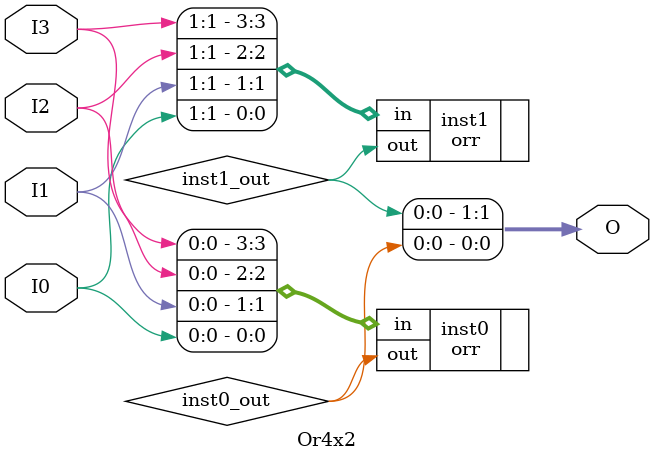
<source format=v>
module Or4x2 (input [1:0] I0, input [1:0] I1, input [1:0] I2, input [1:0] I3, output [1:0] O);
wire  inst0_out;
wire  inst1_out;
orr inst0 (.in({I3[0],I2[0],I1[0],I0[0]}), .out(inst0_out));
orr inst1 (.in({I3[1],I2[1],I1[1],I0[1]}), .out(inst1_out));
assign O = {inst1_out,inst0_out};
endmodule


</source>
